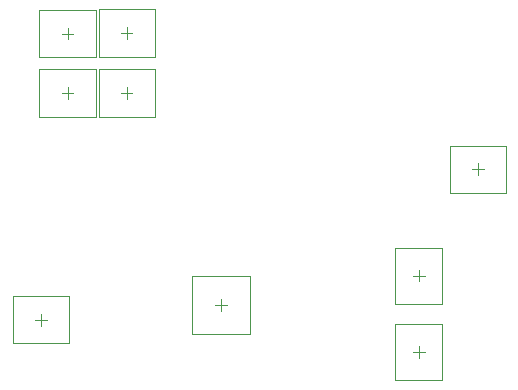
<source format=gbr>
%FSTAX25Y25*%
%MOMM*%
%SFA1B1*%

%IPPOS*%
%ADD40C,0.100000*%
%ADD45C,0.050000*%
%LNdevboard_mechanical_15-1*%
%LPD*%
G54D40*
X4449998Y2149998D02*
Y2249998D01*
X4399998Y2199998D02*
X4499998D01*
X4449998Y1499999D02*
Y1599999D01*
X4399998Y1549999D02*
X4499998D01*
X1427002Y4248998D02*
X1527002D01*
X1477002Y4198998D02*
Y4298998D01*
X1927004Y4252998D02*
X2027003D01*
X1977003Y4202998D02*
Y4302998D01*
X4899997Y3099998D02*
X4999997D01*
X4949997Y3049998D02*
Y3149998D01*
X1427002Y3744998D02*
X1527002D01*
X1477002Y3694998D02*
Y3794998D01*
X1927004Y3744998D02*
X2027003D01*
X1977003Y3694998D02*
Y3794998D01*
X1199997Y1825299D02*
X1299999D01*
X1249997Y1775299D02*
Y1875299D01*
X2776697Y1899998D02*
Y1999998D01*
X2726697Y1949998D02*
X2826699D01*
G54D45*
X4249999Y1962497D02*
X4649998D01*
X4249999Y2437498D02*
X4649998D01*
X4249999Y1962497D02*
Y2437498D01*
X4649998Y1962497D02*
Y2437498D01*
X4249999Y1312499D02*
X4649998D01*
X4249999Y1787499D02*
X4649998D01*
X4249999Y1312499D02*
Y1787499D01*
X4649998Y1312499D02*
Y1787499D01*
X1714502Y4048998D02*
Y4448997D01*
X1239504Y4048998D02*
Y4448997D01*
Y4048998D02*
X1714502D01*
X1239504Y4448997D02*
X1714502D01*
X2214501Y4052999D02*
Y4452998D01*
X1739503Y4052999D02*
Y4452998D01*
Y4052999D02*
X2214501D01*
X1739503Y4452998D02*
X2214501D01*
X4712497Y2899999D02*
Y3299998D01*
X5187497Y2899999D02*
Y3299998D01*
X4712497D02*
X5187497D01*
X4712497Y2899999D02*
X5187497D01*
X1714502Y3544999D02*
Y3944998D01*
X1239504Y3544999D02*
Y3944998D01*
Y3544999D02*
X1714502D01*
X1239504Y3944998D02*
X1714502D01*
X2214501Y3544999D02*
Y3944998D01*
X1739503Y3544999D02*
Y3944998D01*
Y3544999D02*
X2214501D01*
X1739503Y3944998D02*
X2214501D01*
X1012499Y1625297D02*
Y2025299D01*
X1487497Y1625297D02*
Y2025299D01*
X1012499D02*
X1487497D01*
X1012499Y1625297D02*
X1487497D01*
X2534198Y1707499D02*
X3019198D01*
X2534198Y2192497D02*
X3019198D01*
Y1707499D02*
Y2192497D01*
X2534198Y1707499D02*
Y2192497D01*
M02*
</source>
